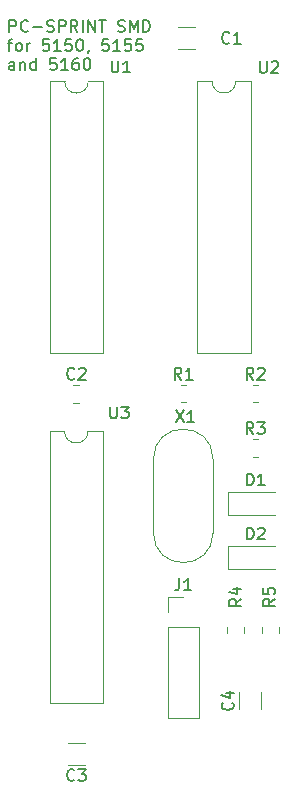
<source format=gbr>
%TF.GenerationSoftware,KiCad,Pcbnew,7.0.6-0*%
%TF.CreationDate,2023-08-27T17:26:56+10:00*%
%TF.ProjectId,PC-SPRINT_SMD,50432d53-5052-4494-9e54-5f534d442e6b,rev?*%
%TF.SameCoordinates,Original*%
%TF.FileFunction,Legend,Top*%
%TF.FilePolarity,Positive*%
%FSLAX46Y46*%
G04 Gerber Fmt 4.6, Leading zero omitted, Abs format (unit mm)*
G04 Created by KiCad (PCBNEW 7.0.6-0) date 2023-08-27 17:26:56*
%MOMM*%
%LPD*%
G01*
G04 APERTURE LIST*
%ADD10C,0.150000*%
%ADD11C,0.120000*%
G04 APERTURE END LIST*
D10*
X75706734Y-51646316D02*
X75706734Y-50646316D01*
X75706734Y-50646316D02*
X76087686Y-50646316D01*
X76087686Y-50646316D02*
X76182924Y-50693935D01*
X76182924Y-50693935D02*
X76230543Y-50741554D01*
X76230543Y-50741554D02*
X76278162Y-50836792D01*
X76278162Y-50836792D02*
X76278162Y-50979649D01*
X76278162Y-50979649D02*
X76230543Y-51074887D01*
X76230543Y-51074887D02*
X76182924Y-51122506D01*
X76182924Y-51122506D02*
X76087686Y-51170125D01*
X76087686Y-51170125D02*
X75706734Y-51170125D01*
X77278162Y-51551077D02*
X77230543Y-51598697D01*
X77230543Y-51598697D02*
X77087686Y-51646316D01*
X77087686Y-51646316D02*
X76992448Y-51646316D01*
X76992448Y-51646316D02*
X76849591Y-51598697D01*
X76849591Y-51598697D02*
X76754353Y-51503458D01*
X76754353Y-51503458D02*
X76706734Y-51408220D01*
X76706734Y-51408220D02*
X76659115Y-51217744D01*
X76659115Y-51217744D02*
X76659115Y-51074887D01*
X76659115Y-51074887D02*
X76706734Y-50884411D01*
X76706734Y-50884411D02*
X76754353Y-50789173D01*
X76754353Y-50789173D02*
X76849591Y-50693935D01*
X76849591Y-50693935D02*
X76992448Y-50646316D01*
X76992448Y-50646316D02*
X77087686Y-50646316D01*
X77087686Y-50646316D02*
X77230543Y-50693935D01*
X77230543Y-50693935D02*
X77278162Y-50741554D01*
X77706734Y-51265363D02*
X78468639Y-51265363D01*
X78897210Y-51598697D02*
X79040067Y-51646316D01*
X79040067Y-51646316D02*
X79278162Y-51646316D01*
X79278162Y-51646316D02*
X79373400Y-51598697D01*
X79373400Y-51598697D02*
X79421019Y-51551077D01*
X79421019Y-51551077D02*
X79468638Y-51455839D01*
X79468638Y-51455839D02*
X79468638Y-51360601D01*
X79468638Y-51360601D02*
X79421019Y-51265363D01*
X79421019Y-51265363D02*
X79373400Y-51217744D01*
X79373400Y-51217744D02*
X79278162Y-51170125D01*
X79278162Y-51170125D02*
X79087686Y-51122506D01*
X79087686Y-51122506D02*
X78992448Y-51074887D01*
X78992448Y-51074887D02*
X78944829Y-51027268D01*
X78944829Y-51027268D02*
X78897210Y-50932030D01*
X78897210Y-50932030D02*
X78897210Y-50836792D01*
X78897210Y-50836792D02*
X78944829Y-50741554D01*
X78944829Y-50741554D02*
X78992448Y-50693935D01*
X78992448Y-50693935D02*
X79087686Y-50646316D01*
X79087686Y-50646316D02*
X79325781Y-50646316D01*
X79325781Y-50646316D02*
X79468638Y-50693935D01*
X79897210Y-51646316D02*
X79897210Y-50646316D01*
X79897210Y-50646316D02*
X80278162Y-50646316D01*
X80278162Y-50646316D02*
X80373400Y-50693935D01*
X80373400Y-50693935D02*
X80421019Y-50741554D01*
X80421019Y-50741554D02*
X80468638Y-50836792D01*
X80468638Y-50836792D02*
X80468638Y-50979649D01*
X80468638Y-50979649D02*
X80421019Y-51074887D01*
X80421019Y-51074887D02*
X80373400Y-51122506D01*
X80373400Y-51122506D02*
X80278162Y-51170125D01*
X80278162Y-51170125D02*
X79897210Y-51170125D01*
X81468638Y-51646316D02*
X81135305Y-51170125D01*
X80897210Y-51646316D02*
X80897210Y-50646316D01*
X80897210Y-50646316D02*
X81278162Y-50646316D01*
X81278162Y-50646316D02*
X81373400Y-50693935D01*
X81373400Y-50693935D02*
X81421019Y-50741554D01*
X81421019Y-50741554D02*
X81468638Y-50836792D01*
X81468638Y-50836792D02*
X81468638Y-50979649D01*
X81468638Y-50979649D02*
X81421019Y-51074887D01*
X81421019Y-51074887D02*
X81373400Y-51122506D01*
X81373400Y-51122506D02*
X81278162Y-51170125D01*
X81278162Y-51170125D02*
X80897210Y-51170125D01*
X81897210Y-51646316D02*
X81897210Y-50646316D01*
X82373400Y-51646316D02*
X82373400Y-50646316D01*
X82373400Y-50646316D02*
X82944828Y-51646316D01*
X82944828Y-51646316D02*
X82944828Y-50646316D01*
X83278162Y-50646316D02*
X83849590Y-50646316D01*
X83563876Y-51646316D02*
X83563876Y-50646316D01*
X84897210Y-51598697D02*
X85040067Y-51646316D01*
X85040067Y-51646316D02*
X85278162Y-51646316D01*
X85278162Y-51646316D02*
X85373400Y-51598697D01*
X85373400Y-51598697D02*
X85421019Y-51551077D01*
X85421019Y-51551077D02*
X85468638Y-51455839D01*
X85468638Y-51455839D02*
X85468638Y-51360601D01*
X85468638Y-51360601D02*
X85421019Y-51265363D01*
X85421019Y-51265363D02*
X85373400Y-51217744D01*
X85373400Y-51217744D02*
X85278162Y-51170125D01*
X85278162Y-51170125D02*
X85087686Y-51122506D01*
X85087686Y-51122506D02*
X84992448Y-51074887D01*
X84992448Y-51074887D02*
X84944829Y-51027268D01*
X84944829Y-51027268D02*
X84897210Y-50932030D01*
X84897210Y-50932030D02*
X84897210Y-50836792D01*
X84897210Y-50836792D02*
X84944829Y-50741554D01*
X84944829Y-50741554D02*
X84992448Y-50693935D01*
X84992448Y-50693935D02*
X85087686Y-50646316D01*
X85087686Y-50646316D02*
X85325781Y-50646316D01*
X85325781Y-50646316D02*
X85468638Y-50693935D01*
X85897210Y-51646316D02*
X85897210Y-50646316D01*
X85897210Y-50646316D02*
X86230543Y-51360601D01*
X86230543Y-51360601D02*
X86563876Y-50646316D01*
X86563876Y-50646316D02*
X86563876Y-51646316D01*
X87040067Y-51646316D02*
X87040067Y-50646316D01*
X87040067Y-50646316D02*
X87278162Y-50646316D01*
X87278162Y-50646316D02*
X87421019Y-50693935D01*
X87421019Y-50693935D02*
X87516257Y-50789173D01*
X87516257Y-50789173D02*
X87563876Y-50884411D01*
X87563876Y-50884411D02*
X87611495Y-51074887D01*
X87611495Y-51074887D02*
X87611495Y-51217744D01*
X87611495Y-51217744D02*
X87563876Y-51408220D01*
X87563876Y-51408220D02*
X87516257Y-51503458D01*
X87516257Y-51503458D02*
X87421019Y-51598697D01*
X87421019Y-51598697D02*
X87278162Y-51646316D01*
X87278162Y-51646316D02*
X87040067Y-51646316D01*
X75563877Y-52589649D02*
X75944829Y-52589649D01*
X75706734Y-53256316D02*
X75706734Y-52399173D01*
X75706734Y-52399173D02*
X75754353Y-52303935D01*
X75754353Y-52303935D02*
X75849591Y-52256316D01*
X75849591Y-52256316D02*
X75944829Y-52256316D01*
X76421020Y-53256316D02*
X76325782Y-53208697D01*
X76325782Y-53208697D02*
X76278163Y-53161077D01*
X76278163Y-53161077D02*
X76230544Y-53065839D01*
X76230544Y-53065839D02*
X76230544Y-52780125D01*
X76230544Y-52780125D02*
X76278163Y-52684887D01*
X76278163Y-52684887D02*
X76325782Y-52637268D01*
X76325782Y-52637268D02*
X76421020Y-52589649D01*
X76421020Y-52589649D02*
X76563877Y-52589649D01*
X76563877Y-52589649D02*
X76659115Y-52637268D01*
X76659115Y-52637268D02*
X76706734Y-52684887D01*
X76706734Y-52684887D02*
X76754353Y-52780125D01*
X76754353Y-52780125D02*
X76754353Y-53065839D01*
X76754353Y-53065839D02*
X76706734Y-53161077D01*
X76706734Y-53161077D02*
X76659115Y-53208697D01*
X76659115Y-53208697D02*
X76563877Y-53256316D01*
X76563877Y-53256316D02*
X76421020Y-53256316D01*
X77182925Y-53256316D02*
X77182925Y-52589649D01*
X77182925Y-52780125D02*
X77230544Y-52684887D01*
X77230544Y-52684887D02*
X77278163Y-52637268D01*
X77278163Y-52637268D02*
X77373401Y-52589649D01*
X77373401Y-52589649D02*
X77468639Y-52589649D01*
X79040068Y-52256316D02*
X78563878Y-52256316D01*
X78563878Y-52256316D02*
X78516259Y-52732506D01*
X78516259Y-52732506D02*
X78563878Y-52684887D01*
X78563878Y-52684887D02*
X78659116Y-52637268D01*
X78659116Y-52637268D02*
X78897211Y-52637268D01*
X78897211Y-52637268D02*
X78992449Y-52684887D01*
X78992449Y-52684887D02*
X79040068Y-52732506D01*
X79040068Y-52732506D02*
X79087687Y-52827744D01*
X79087687Y-52827744D02*
X79087687Y-53065839D01*
X79087687Y-53065839D02*
X79040068Y-53161077D01*
X79040068Y-53161077D02*
X78992449Y-53208697D01*
X78992449Y-53208697D02*
X78897211Y-53256316D01*
X78897211Y-53256316D02*
X78659116Y-53256316D01*
X78659116Y-53256316D02*
X78563878Y-53208697D01*
X78563878Y-53208697D02*
X78516259Y-53161077D01*
X80040068Y-53256316D02*
X79468640Y-53256316D01*
X79754354Y-53256316D02*
X79754354Y-52256316D01*
X79754354Y-52256316D02*
X79659116Y-52399173D01*
X79659116Y-52399173D02*
X79563878Y-52494411D01*
X79563878Y-52494411D02*
X79468640Y-52542030D01*
X80944830Y-52256316D02*
X80468640Y-52256316D01*
X80468640Y-52256316D02*
X80421021Y-52732506D01*
X80421021Y-52732506D02*
X80468640Y-52684887D01*
X80468640Y-52684887D02*
X80563878Y-52637268D01*
X80563878Y-52637268D02*
X80801973Y-52637268D01*
X80801973Y-52637268D02*
X80897211Y-52684887D01*
X80897211Y-52684887D02*
X80944830Y-52732506D01*
X80944830Y-52732506D02*
X80992449Y-52827744D01*
X80992449Y-52827744D02*
X80992449Y-53065839D01*
X80992449Y-53065839D02*
X80944830Y-53161077D01*
X80944830Y-53161077D02*
X80897211Y-53208697D01*
X80897211Y-53208697D02*
X80801973Y-53256316D01*
X80801973Y-53256316D02*
X80563878Y-53256316D01*
X80563878Y-53256316D02*
X80468640Y-53208697D01*
X80468640Y-53208697D02*
X80421021Y-53161077D01*
X81611497Y-52256316D02*
X81706735Y-52256316D01*
X81706735Y-52256316D02*
X81801973Y-52303935D01*
X81801973Y-52303935D02*
X81849592Y-52351554D01*
X81849592Y-52351554D02*
X81897211Y-52446792D01*
X81897211Y-52446792D02*
X81944830Y-52637268D01*
X81944830Y-52637268D02*
X81944830Y-52875363D01*
X81944830Y-52875363D02*
X81897211Y-53065839D01*
X81897211Y-53065839D02*
X81849592Y-53161077D01*
X81849592Y-53161077D02*
X81801973Y-53208697D01*
X81801973Y-53208697D02*
X81706735Y-53256316D01*
X81706735Y-53256316D02*
X81611497Y-53256316D01*
X81611497Y-53256316D02*
X81516259Y-53208697D01*
X81516259Y-53208697D02*
X81468640Y-53161077D01*
X81468640Y-53161077D02*
X81421021Y-53065839D01*
X81421021Y-53065839D02*
X81373402Y-52875363D01*
X81373402Y-52875363D02*
X81373402Y-52637268D01*
X81373402Y-52637268D02*
X81421021Y-52446792D01*
X81421021Y-52446792D02*
X81468640Y-52351554D01*
X81468640Y-52351554D02*
X81516259Y-52303935D01*
X81516259Y-52303935D02*
X81611497Y-52256316D01*
X82421021Y-53208697D02*
X82421021Y-53256316D01*
X82421021Y-53256316D02*
X82373402Y-53351554D01*
X82373402Y-53351554D02*
X82325783Y-53399173D01*
X84087687Y-52256316D02*
X83611497Y-52256316D01*
X83611497Y-52256316D02*
X83563878Y-52732506D01*
X83563878Y-52732506D02*
X83611497Y-52684887D01*
X83611497Y-52684887D02*
X83706735Y-52637268D01*
X83706735Y-52637268D02*
X83944830Y-52637268D01*
X83944830Y-52637268D02*
X84040068Y-52684887D01*
X84040068Y-52684887D02*
X84087687Y-52732506D01*
X84087687Y-52732506D02*
X84135306Y-52827744D01*
X84135306Y-52827744D02*
X84135306Y-53065839D01*
X84135306Y-53065839D02*
X84087687Y-53161077D01*
X84087687Y-53161077D02*
X84040068Y-53208697D01*
X84040068Y-53208697D02*
X83944830Y-53256316D01*
X83944830Y-53256316D02*
X83706735Y-53256316D01*
X83706735Y-53256316D02*
X83611497Y-53208697D01*
X83611497Y-53208697D02*
X83563878Y-53161077D01*
X85087687Y-53256316D02*
X84516259Y-53256316D01*
X84801973Y-53256316D02*
X84801973Y-52256316D01*
X84801973Y-52256316D02*
X84706735Y-52399173D01*
X84706735Y-52399173D02*
X84611497Y-52494411D01*
X84611497Y-52494411D02*
X84516259Y-52542030D01*
X85992449Y-52256316D02*
X85516259Y-52256316D01*
X85516259Y-52256316D02*
X85468640Y-52732506D01*
X85468640Y-52732506D02*
X85516259Y-52684887D01*
X85516259Y-52684887D02*
X85611497Y-52637268D01*
X85611497Y-52637268D02*
X85849592Y-52637268D01*
X85849592Y-52637268D02*
X85944830Y-52684887D01*
X85944830Y-52684887D02*
X85992449Y-52732506D01*
X85992449Y-52732506D02*
X86040068Y-52827744D01*
X86040068Y-52827744D02*
X86040068Y-53065839D01*
X86040068Y-53065839D02*
X85992449Y-53161077D01*
X85992449Y-53161077D02*
X85944830Y-53208697D01*
X85944830Y-53208697D02*
X85849592Y-53256316D01*
X85849592Y-53256316D02*
X85611497Y-53256316D01*
X85611497Y-53256316D02*
X85516259Y-53208697D01*
X85516259Y-53208697D02*
X85468640Y-53161077D01*
X86944830Y-52256316D02*
X86468640Y-52256316D01*
X86468640Y-52256316D02*
X86421021Y-52732506D01*
X86421021Y-52732506D02*
X86468640Y-52684887D01*
X86468640Y-52684887D02*
X86563878Y-52637268D01*
X86563878Y-52637268D02*
X86801973Y-52637268D01*
X86801973Y-52637268D02*
X86897211Y-52684887D01*
X86897211Y-52684887D02*
X86944830Y-52732506D01*
X86944830Y-52732506D02*
X86992449Y-52827744D01*
X86992449Y-52827744D02*
X86992449Y-53065839D01*
X86992449Y-53065839D02*
X86944830Y-53161077D01*
X86944830Y-53161077D02*
X86897211Y-53208697D01*
X86897211Y-53208697D02*
X86801973Y-53256316D01*
X86801973Y-53256316D02*
X86563878Y-53256316D01*
X86563878Y-53256316D02*
X86468640Y-53208697D01*
X86468640Y-53208697D02*
X86421021Y-53161077D01*
X76135305Y-54866316D02*
X76135305Y-54342506D01*
X76135305Y-54342506D02*
X76087686Y-54247268D01*
X76087686Y-54247268D02*
X75992448Y-54199649D01*
X75992448Y-54199649D02*
X75801972Y-54199649D01*
X75801972Y-54199649D02*
X75706734Y-54247268D01*
X76135305Y-54818697D02*
X76040067Y-54866316D01*
X76040067Y-54866316D02*
X75801972Y-54866316D01*
X75801972Y-54866316D02*
X75706734Y-54818697D01*
X75706734Y-54818697D02*
X75659115Y-54723458D01*
X75659115Y-54723458D02*
X75659115Y-54628220D01*
X75659115Y-54628220D02*
X75706734Y-54532982D01*
X75706734Y-54532982D02*
X75801972Y-54485363D01*
X75801972Y-54485363D02*
X76040067Y-54485363D01*
X76040067Y-54485363D02*
X76135305Y-54437744D01*
X76611496Y-54199649D02*
X76611496Y-54866316D01*
X76611496Y-54294887D02*
X76659115Y-54247268D01*
X76659115Y-54247268D02*
X76754353Y-54199649D01*
X76754353Y-54199649D02*
X76897210Y-54199649D01*
X76897210Y-54199649D02*
X76992448Y-54247268D01*
X76992448Y-54247268D02*
X77040067Y-54342506D01*
X77040067Y-54342506D02*
X77040067Y-54866316D01*
X77944829Y-54866316D02*
X77944829Y-53866316D01*
X77944829Y-54818697D02*
X77849591Y-54866316D01*
X77849591Y-54866316D02*
X77659115Y-54866316D01*
X77659115Y-54866316D02*
X77563877Y-54818697D01*
X77563877Y-54818697D02*
X77516258Y-54771077D01*
X77516258Y-54771077D02*
X77468639Y-54675839D01*
X77468639Y-54675839D02*
X77468639Y-54390125D01*
X77468639Y-54390125D02*
X77516258Y-54294887D01*
X77516258Y-54294887D02*
X77563877Y-54247268D01*
X77563877Y-54247268D02*
X77659115Y-54199649D01*
X77659115Y-54199649D02*
X77849591Y-54199649D01*
X77849591Y-54199649D02*
X77944829Y-54247268D01*
X79659115Y-53866316D02*
X79182925Y-53866316D01*
X79182925Y-53866316D02*
X79135306Y-54342506D01*
X79135306Y-54342506D02*
X79182925Y-54294887D01*
X79182925Y-54294887D02*
X79278163Y-54247268D01*
X79278163Y-54247268D02*
X79516258Y-54247268D01*
X79516258Y-54247268D02*
X79611496Y-54294887D01*
X79611496Y-54294887D02*
X79659115Y-54342506D01*
X79659115Y-54342506D02*
X79706734Y-54437744D01*
X79706734Y-54437744D02*
X79706734Y-54675839D01*
X79706734Y-54675839D02*
X79659115Y-54771077D01*
X79659115Y-54771077D02*
X79611496Y-54818697D01*
X79611496Y-54818697D02*
X79516258Y-54866316D01*
X79516258Y-54866316D02*
X79278163Y-54866316D01*
X79278163Y-54866316D02*
X79182925Y-54818697D01*
X79182925Y-54818697D02*
X79135306Y-54771077D01*
X80659115Y-54866316D02*
X80087687Y-54866316D01*
X80373401Y-54866316D02*
X80373401Y-53866316D01*
X80373401Y-53866316D02*
X80278163Y-54009173D01*
X80278163Y-54009173D02*
X80182925Y-54104411D01*
X80182925Y-54104411D02*
X80087687Y-54152030D01*
X81516258Y-53866316D02*
X81325782Y-53866316D01*
X81325782Y-53866316D02*
X81230544Y-53913935D01*
X81230544Y-53913935D02*
X81182925Y-53961554D01*
X81182925Y-53961554D02*
X81087687Y-54104411D01*
X81087687Y-54104411D02*
X81040068Y-54294887D01*
X81040068Y-54294887D02*
X81040068Y-54675839D01*
X81040068Y-54675839D02*
X81087687Y-54771077D01*
X81087687Y-54771077D02*
X81135306Y-54818697D01*
X81135306Y-54818697D02*
X81230544Y-54866316D01*
X81230544Y-54866316D02*
X81421020Y-54866316D01*
X81421020Y-54866316D02*
X81516258Y-54818697D01*
X81516258Y-54818697D02*
X81563877Y-54771077D01*
X81563877Y-54771077D02*
X81611496Y-54675839D01*
X81611496Y-54675839D02*
X81611496Y-54437744D01*
X81611496Y-54437744D02*
X81563877Y-54342506D01*
X81563877Y-54342506D02*
X81516258Y-54294887D01*
X81516258Y-54294887D02*
X81421020Y-54247268D01*
X81421020Y-54247268D02*
X81230544Y-54247268D01*
X81230544Y-54247268D02*
X81135306Y-54294887D01*
X81135306Y-54294887D02*
X81087687Y-54342506D01*
X81087687Y-54342506D02*
X81040068Y-54437744D01*
X82230544Y-53866316D02*
X82325782Y-53866316D01*
X82325782Y-53866316D02*
X82421020Y-53913935D01*
X82421020Y-53913935D02*
X82468639Y-53961554D01*
X82468639Y-53961554D02*
X82516258Y-54056792D01*
X82516258Y-54056792D02*
X82563877Y-54247268D01*
X82563877Y-54247268D02*
X82563877Y-54485363D01*
X82563877Y-54485363D02*
X82516258Y-54675839D01*
X82516258Y-54675839D02*
X82468639Y-54771077D01*
X82468639Y-54771077D02*
X82421020Y-54818697D01*
X82421020Y-54818697D02*
X82325782Y-54866316D01*
X82325782Y-54866316D02*
X82230544Y-54866316D01*
X82230544Y-54866316D02*
X82135306Y-54818697D01*
X82135306Y-54818697D02*
X82087687Y-54771077D01*
X82087687Y-54771077D02*
X82040068Y-54675839D01*
X82040068Y-54675839D02*
X81992449Y-54485363D01*
X81992449Y-54485363D02*
X81992449Y-54247268D01*
X81992449Y-54247268D02*
X82040068Y-54056792D01*
X82040068Y-54056792D02*
X82087687Y-53961554D01*
X82087687Y-53961554D02*
X82135306Y-53913935D01*
X82135306Y-53913935D02*
X82230544Y-53866316D01*
X95334881Y-99643366D02*
X94858690Y-99976699D01*
X95334881Y-100214794D02*
X94334881Y-100214794D01*
X94334881Y-100214794D02*
X94334881Y-99833842D01*
X94334881Y-99833842D02*
X94382500Y-99738604D01*
X94382500Y-99738604D02*
X94430119Y-99690985D01*
X94430119Y-99690985D02*
X94525357Y-99643366D01*
X94525357Y-99643366D02*
X94668214Y-99643366D01*
X94668214Y-99643366D02*
X94763452Y-99690985D01*
X94763452Y-99690985D02*
X94811071Y-99738604D01*
X94811071Y-99738604D02*
X94858690Y-99833842D01*
X94858690Y-99833842D02*
X94858690Y-100214794D01*
X94668214Y-98786223D02*
X95334881Y-98786223D01*
X94287262Y-99024318D02*
X95001547Y-99262413D01*
X95001547Y-99262413D02*
X95001547Y-98643366D01*
X84221738Y-83357108D02*
X84221738Y-84166631D01*
X84221738Y-84166631D02*
X84269357Y-84261869D01*
X84269357Y-84261869D02*
X84316976Y-84309489D01*
X84316976Y-84309489D02*
X84412214Y-84357108D01*
X84412214Y-84357108D02*
X84602690Y-84357108D01*
X84602690Y-84357108D02*
X84697928Y-84309489D01*
X84697928Y-84309489D02*
X84745547Y-84261869D01*
X84745547Y-84261869D02*
X84793166Y-84166631D01*
X84793166Y-84166631D02*
X84793166Y-83357108D01*
X85174119Y-83357108D02*
X85793166Y-83357108D01*
X85793166Y-83357108D02*
X85459833Y-83738060D01*
X85459833Y-83738060D02*
X85602690Y-83738060D01*
X85602690Y-83738060D02*
X85697928Y-83785679D01*
X85697928Y-83785679D02*
X85745547Y-83833298D01*
X85745547Y-83833298D02*
X85793166Y-83928536D01*
X85793166Y-83928536D02*
X85793166Y-84166631D01*
X85793166Y-84166631D02*
X85745547Y-84261869D01*
X85745547Y-84261869D02*
X85697928Y-84309489D01*
X85697928Y-84309489D02*
X85602690Y-84357108D01*
X85602690Y-84357108D02*
X85316976Y-84357108D01*
X85316976Y-84357108D02*
X85221738Y-84309489D01*
X85221738Y-84309489D02*
X85174119Y-84261869D01*
X81212633Y-114970380D02*
X81165014Y-115018000D01*
X81165014Y-115018000D02*
X81022157Y-115065619D01*
X81022157Y-115065619D02*
X80926919Y-115065619D01*
X80926919Y-115065619D02*
X80784062Y-115018000D01*
X80784062Y-115018000D02*
X80688824Y-114922761D01*
X80688824Y-114922761D02*
X80641205Y-114827523D01*
X80641205Y-114827523D02*
X80593586Y-114637047D01*
X80593586Y-114637047D02*
X80593586Y-114494190D01*
X80593586Y-114494190D02*
X80641205Y-114303714D01*
X80641205Y-114303714D02*
X80688824Y-114208476D01*
X80688824Y-114208476D02*
X80784062Y-114113238D01*
X80784062Y-114113238D02*
X80926919Y-114065619D01*
X80926919Y-114065619D02*
X81022157Y-114065619D01*
X81022157Y-114065619D02*
X81165014Y-114113238D01*
X81165014Y-114113238D02*
X81212633Y-114160857D01*
X81545967Y-114065619D02*
X82165014Y-114065619D01*
X82165014Y-114065619D02*
X81831681Y-114446571D01*
X81831681Y-114446571D02*
X81974538Y-114446571D01*
X81974538Y-114446571D02*
X82069776Y-114494190D01*
X82069776Y-114494190D02*
X82117395Y-114541809D01*
X82117395Y-114541809D02*
X82165014Y-114637047D01*
X82165014Y-114637047D02*
X82165014Y-114875142D01*
X82165014Y-114875142D02*
X82117395Y-114970380D01*
X82117395Y-114970380D02*
X82069776Y-115018000D01*
X82069776Y-115018000D02*
X81974538Y-115065619D01*
X81974538Y-115065619D02*
X81688824Y-115065619D01*
X81688824Y-115065619D02*
X81593586Y-115018000D01*
X81593586Y-115018000D02*
X81545967Y-114970380D01*
X90256233Y-81068619D02*
X89922900Y-80592428D01*
X89684805Y-81068619D02*
X89684805Y-80068619D01*
X89684805Y-80068619D02*
X90065757Y-80068619D01*
X90065757Y-80068619D02*
X90160995Y-80116238D01*
X90160995Y-80116238D02*
X90208614Y-80163857D01*
X90208614Y-80163857D02*
X90256233Y-80259095D01*
X90256233Y-80259095D02*
X90256233Y-80401952D01*
X90256233Y-80401952D02*
X90208614Y-80497190D01*
X90208614Y-80497190D02*
X90160995Y-80544809D01*
X90160995Y-80544809D02*
X90065757Y-80592428D01*
X90065757Y-80592428D02*
X89684805Y-80592428D01*
X91208614Y-81068619D02*
X90637186Y-81068619D01*
X90922900Y-81068619D02*
X90922900Y-80068619D01*
X90922900Y-80068619D02*
X90827662Y-80211476D01*
X90827662Y-80211476D02*
X90732424Y-80306714D01*
X90732424Y-80306714D02*
X90637186Y-80354333D01*
X96353333Y-81068619D02*
X96020000Y-80592428D01*
X95781905Y-81068619D02*
X95781905Y-80068619D01*
X95781905Y-80068619D02*
X96162857Y-80068619D01*
X96162857Y-80068619D02*
X96258095Y-80116238D01*
X96258095Y-80116238D02*
X96305714Y-80163857D01*
X96305714Y-80163857D02*
X96353333Y-80259095D01*
X96353333Y-80259095D02*
X96353333Y-80401952D01*
X96353333Y-80401952D02*
X96305714Y-80497190D01*
X96305714Y-80497190D02*
X96258095Y-80544809D01*
X96258095Y-80544809D02*
X96162857Y-80592428D01*
X96162857Y-80592428D02*
X95781905Y-80592428D01*
X96734286Y-80163857D02*
X96781905Y-80116238D01*
X96781905Y-80116238D02*
X96877143Y-80068619D01*
X96877143Y-80068619D02*
X97115238Y-80068619D01*
X97115238Y-80068619D02*
X97210476Y-80116238D01*
X97210476Y-80116238D02*
X97258095Y-80163857D01*
X97258095Y-80163857D02*
X97305714Y-80259095D01*
X97305714Y-80259095D02*
X97305714Y-80354333D01*
X97305714Y-80354333D02*
X97258095Y-80497190D01*
X97258095Y-80497190D02*
X96686667Y-81068619D01*
X96686667Y-81068619D02*
X97305714Y-81068619D01*
X95804405Y-94606919D02*
X95804405Y-93606919D01*
X95804405Y-93606919D02*
X96042500Y-93606919D01*
X96042500Y-93606919D02*
X96185357Y-93654538D01*
X96185357Y-93654538D02*
X96280595Y-93749776D01*
X96280595Y-93749776D02*
X96328214Y-93845014D01*
X96328214Y-93845014D02*
X96375833Y-94035490D01*
X96375833Y-94035490D02*
X96375833Y-94178347D01*
X96375833Y-94178347D02*
X96328214Y-94368823D01*
X96328214Y-94368823D02*
X96280595Y-94464061D01*
X96280595Y-94464061D02*
X96185357Y-94559300D01*
X96185357Y-94559300D02*
X96042500Y-94606919D01*
X96042500Y-94606919D02*
X95804405Y-94606919D01*
X96756786Y-93702157D02*
X96804405Y-93654538D01*
X96804405Y-93654538D02*
X96899643Y-93606919D01*
X96899643Y-93606919D02*
X97137738Y-93606919D01*
X97137738Y-93606919D02*
X97232976Y-93654538D01*
X97232976Y-93654538D02*
X97280595Y-93702157D01*
X97280595Y-93702157D02*
X97328214Y-93797395D01*
X97328214Y-93797395D02*
X97328214Y-93892633D01*
X97328214Y-93892633D02*
X97280595Y-94035490D01*
X97280595Y-94035490D02*
X96709167Y-94606919D01*
X96709167Y-94606919D02*
X97328214Y-94606919D01*
X95804405Y-90037919D02*
X95804405Y-89037919D01*
X95804405Y-89037919D02*
X96042500Y-89037919D01*
X96042500Y-89037919D02*
X96185357Y-89085538D01*
X96185357Y-89085538D02*
X96280595Y-89180776D01*
X96280595Y-89180776D02*
X96328214Y-89276014D01*
X96328214Y-89276014D02*
X96375833Y-89466490D01*
X96375833Y-89466490D02*
X96375833Y-89609347D01*
X96375833Y-89609347D02*
X96328214Y-89799823D01*
X96328214Y-89799823D02*
X96280595Y-89895061D01*
X96280595Y-89895061D02*
X96185357Y-89990300D01*
X96185357Y-89990300D02*
X96042500Y-90037919D01*
X96042500Y-90037919D02*
X95804405Y-90037919D01*
X97328214Y-90037919D02*
X96756786Y-90037919D01*
X97042500Y-90037919D02*
X97042500Y-89037919D01*
X97042500Y-89037919D02*
X96947262Y-89180776D01*
X96947262Y-89180776D02*
X96852024Y-89276014D01*
X96852024Y-89276014D02*
X96756786Y-89323633D01*
X84352959Y-54075345D02*
X84352959Y-54884868D01*
X84352959Y-54884868D02*
X84400578Y-54980106D01*
X84400578Y-54980106D02*
X84448197Y-55027726D01*
X84448197Y-55027726D02*
X84543435Y-55075345D01*
X84543435Y-55075345D02*
X84733911Y-55075345D01*
X84733911Y-55075345D02*
X84829149Y-55027726D01*
X84829149Y-55027726D02*
X84876768Y-54980106D01*
X84876768Y-54980106D02*
X84924387Y-54884868D01*
X84924387Y-54884868D02*
X84924387Y-54075345D01*
X85924387Y-55075345D02*
X85352959Y-55075345D01*
X85638673Y-55075345D02*
X85638673Y-54075345D01*
X85638673Y-54075345D02*
X85543435Y-54218202D01*
X85543435Y-54218202D02*
X85448197Y-54313440D01*
X85448197Y-54313440D02*
X85352959Y-54361059D01*
X89782691Y-83672987D02*
X90449357Y-84672987D01*
X90449357Y-83672987D02*
X89782691Y-84672987D01*
X91354119Y-84672987D02*
X90782691Y-84672987D01*
X91068405Y-84672987D02*
X91068405Y-83672987D01*
X91068405Y-83672987D02*
X90973167Y-83815844D01*
X90973167Y-83815844D02*
X90877929Y-83911082D01*
X90877929Y-83911082D02*
X90782691Y-83958701D01*
X96909171Y-54109808D02*
X96909171Y-54919331D01*
X96909171Y-54919331D02*
X96956790Y-55014569D01*
X96956790Y-55014569D02*
X97004409Y-55062189D01*
X97004409Y-55062189D02*
X97099647Y-55109808D01*
X97099647Y-55109808D02*
X97290123Y-55109808D01*
X97290123Y-55109808D02*
X97385361Y-55062189D01*
X97385361Y-55062189D02*
X97432980Y-55014569D01*
X97432980Y-55014569D02*
X97480599Y-54919331D01*
X97480599Y-54919331D02*
X97480599Y-54109808D01*
X97909171Y-54205046D02*
X97956790Y-54157427D01*
X97956790Y-54157427D02*
X98052028Y-54109808D01*
X98052028Y-54109808D02*
X98290123Y-54109808D01*
X98290123Y-54109808D02*
X98385361Y-54157427D01*
X98385361Y-54157427D02*
X98432980Y-54205046D01*
X98432980Y-54205046D02*
X98480599Y-54300284D01*
X98480599Y-54300284D02*
X98480599Y-54395522D01*
X98480599Y-54395522D02*
X98432980Y-54538379D01*
X98432980Y-54538379D02*
X97861552Y-55109808D01*
X97861552Y-55109808D02*
X98480599Y-55109808D01*
X98191095Y-99643366D02*
X97714904Y-99976699D01*
X98191095Y-100214794D02*
X97191095Y-100214794D01*
X97191095Y-100214794D02*
X97191095Y-99833842D01*
X97191095Y-99833842D02*
X97238714Y-99738604D01*
X97238714Y-99738604D02*
X97286333Y-99690985D01*
X97286333Y-99690985D02*
X97381571Y-99643366D01*
X97381571Y-99643366D02*
X97524428Y-99643366D01*
X97524428Y-99643366D02*
X97619666Y-99690985D01*
X97619666Y-99690985D02*
X97667285Y-99738604D01*
X97667285Y-99738604D02*
X97714904Y-99833842D01*
X97714904Y-99833842D02*
X97714904Y-100214794D01*
X97191095Y-98738604D02*
X97191095Y-99214794D01*
X97191095Y-99214794D02*
X97667285Y-99262413D01*
X97667285Y-99262413D02*
X97619666Y-99214794D01*
X97619666Y-99214794D02*
X97572047Y-99119556D01*
X97572047Y-99119556D02*
X97572047Y-98881461D01*
X97572047Y-98881461D02*
X97619666Y-98786223D01*
X97619666Y-98786223D02*
X97667285Y-98738604D01*
X97667285Y-98738604D02*
X97762523Y-98690985D01*
X97762523Y-98690985D02*
X98000618Y-98690985D01*
X98000618Y-98690985D02*
X98095856Y-98738604D01*
X98095856Y-98738604D02*
X98143476Y-98786223D01*
X98143476Y-98786223D02*
X98191095Y-98881461D01*
X98191095Y-98881461D02*
X98191095Y-99119556D01*
X98191095Y-99119556D02*
X98143476Y-99214794D01*
X98143476Y-99214794D02*
X98095856Y-99262413D01*
X94585080Y-108427366D02*
X94632700Y-108474985D01*
X94632700Y-108474985D02*
X94680319Y-108617842D01*
X94680319Y-108617842D02*
X94680319Y-108713080D01*
X94680319Y-108713080D02*
X94632700Y-108855937D01*
X94632700Y-108855937D02*
X94537461Y-108951175D01*
X94537461Y-108951175D02*
X94442223Y-108998794D01*
X94442223Y-108998794D02*
X94251747Y-109046413D01*
X94251747Y-109046413D02*
X94108890Y-109046413D01*
X94108890Y-109046413D02*
X93918414Y-108998794D01*
X93918414Y-108998794D02*
X93823176Y-108951175D01*
X93823176Y-108951175D02*
X93727938Y-108855937D01*
X93727938Y-108855937D02*
X93680319Y-108713080D01*
X93680319Y-108713080D02*
X93680319Y-108617842D01*
X93680319Y-108617842D02*
X93727938Y-108474985D01*
X93727938Y-108474985D02*
X93775557Y-108427366D01*
X94013652Y-107570223D02*
X94680319Y-107570223D01*
X93632700Y-107808318D02*
X94346985Y-108046413D01*
X94346985Y-108046413D02*
X94346985Y-107427366D01*
X90089566Y-97902919D02*
X90089566Y-98617204D01*
X90089566Y-98617204D02*
X90041947Y-98760061D01*
X90041947Y-98760061D02*
X89946709Y-98855300D01*
X89946709Y-98855300D02*
X89803852Y-98902919D01*
X89803852Y-98902919D02*
X89708614Y-98902919D01*
X91089566Y-98902919D02*
X90518138Y-98902919D01*
X90803852Y-98902919D02*
X90803852Y-97902919D01*
X90803852Y-97902919D02*
X90708614Y-98045776D01*
X90708614Y-98045776D02*
X90613376Y-98141014D01*
X90613376Y-98141014D02*
X90518138Y-98188633D01*
X96353333Y-85681519D02*
X96020000Y-85205328D01*
X95781905Y-85681519D02*
X95781905Y-84681519D01*
X95781905Y-84681519D02*
X96162857Y-84681519D01*
X96162857Y-84681519D02*
X96258095Y-84729138D01*
X96258095Y-84729138D02*
X96305714Y-84776757D01*
X96305714Y-84776757D02*
X96353333Y-84871995D01*
X96353333Y-84871995D02*
X96353333Y-85014852D01*
X96353333Y-85014852D02*
X96305714Y-85110090D01*
X96305714Y-85110090D02*
X96258095Y-85157709D01*
X96258095Y-85157709D02*
X96162857Y-85205328D01*
X96162857Y-85205328D02*
X95781905Y-85205328D01*
X96686667Y-84681519D02*
X97305714Y-84681519D01*
X97305714Y-84681519D02*
X96972381Y-85062471D01*
X96972381Y-85062471D02*
X97115238Y-85062471D01*
X97115238Y-85062471D02*
X97210476Y-85110090D01*
X97210476Y-85110090D02*
X97258095Y-85157709D01*
X97258095Y-85157709D02*
X97305714Y-85252947D01*
X97305714Y-85252947D02*
X97305714Y-85491042D01*
X97305714Y-85491042D02*
X97258095Y-85586280D01*
X97258095Y-85586280D02*
X97210476Y-85633900D01*
X97210476Y-85633900D02*
X97115238Y-85681519D01*
X97115238Y-85681519D02*
X96829524Y-85681519D01*
X96829524Y-85681519D02*
X96734286Y-85633900D01*
X96734286Y-85633900D02*
X96686667Y-85586280D01*
X94326340Y-52543230D02*
X94278721Y-52590850D01*
X94278721Y-52590850D02*
X94135864Y-52638469D01*
X94135864Y-52638469D02*
X94040626Y-52638469D01*
X94040626Y-52638469D02*
X93897769Y-52590850D01*
X93897769Y-52590850D02*
X93802531Y-52495611D01*
X93802531Y-52495611D02*
X93754912Y-52400373D01*
X93754912Y-52400373D02*
X93707293Y-52209897D01*
X93707293Y-52209897D02*
X93707293Y-52067040D01*
X93707293Y-52067040D02*
X93754912Y-51876564D01*
X93754912Y-51876564D02*
X93802531Y-51781326D01*
X93802531Y-51781326D02*
X93897769Y-51686088D01*
X93897769Y-51686088D02*
X94040626Y-51638469D01*
X94040626Y-51638469D02*
X94135864Y-51638469D01*
X94135864Y-51638469D02*
X94278721Y-51686088D01*
X94278721Y-51686088D02*
X94326340Y-51733707D01*
X95278721Y-52638469D02*
X94707293Y-52638469D01*
X94993007Y-52638469D02*
X94993007Y-51638469D01*
X94993007Y-51638469D02*
X94897769Y-51781326D01*
X94897769Y-51781326D02*
X94802531Y-51876564D01*
X94802531Y-51876564D02*
X94707293Y-51924183D01*
X81212633Y-80973380D02*
X81165014Y-81021000D01*
X81165014Y-81021000D02*
X81022157Y-81068619D01*
X81022157Y-81068619D02*
X80926919Y-81068619D01*
X80926919Y-81068619D02*
X80784062Y-81021000D01*
X80784062Y-81021000D02*
X80688824Y-80925761D01*
X80688824Y-80925761D02*
X80641205Y-80830523D01*
X80641205Y-80830523D02*
X80593586Y-80640047D01*
X80593586Y-80640047D02*
X80593586Y-80497190D01*
X80593586Y-80497190D02*
X80641205Y-80306714D01*
X80641205Y-80306714D02*
X80688824Y-80211476D01*
X80688824Y-80211476D02*
X80784062Y-80116238D01*
X80784062Y-80116238D02*
X80926919Y-80068619D01*
X80926919Y-80068619D02*
X81022157Y-80068619D01*
X81022157Y-80068619D02*
X81165014Y-80116238D01*
X81165014Y-80116238D02*
X81212633Y-80163857D01*
X81593586Y-80163857D02*
X81641205Y-80116238D01*
X81641205Y-80116238D02*
X81736443Y-80068619D01*
X81736443Y-80068619D02*
X81974538Y-80068619D01*
X81974538Y-80068619D02*
X82069776Y-80116238D01*
X82069776Y-80116238D02*
X82117395Y-80163857D01*
X82117395Y-80163857D02*
X82165014Y-80259095D01*
X82165014Y-80259095D02*
X82165014Y-80354333D01*
X82165014Y-80354333D02*
X82117395Y-80497190D01*
X82117395Y-80497190D02*
X81545967Y-81068619D01*
X81545967Y-81068619D02*
X82165014Y-81068619D01*
D11*
%TO.C,R4*%
X94102300Y-102509564D02*
X94102300Y-102055436D01*
X95572300Y-102509564D02*
X95572300Y-102055436D01*
%TO.C,U3*%
X79114300Y-85437900D02*
X79114300Y-108417900D01*
X79114300Y-108417900D02*
X83614300Y-108417900D01*
X80364300Y-85437900D02*
X79114300Y-85437900D01*
X83614300Y-85437900D02*
X82364300Y-85437900D01*
X83614300Y-108417900D02*
X83614300Y-85437900D01*
X80364300Y-85437900D02*
G75*
G03*
X82364300Y-85437900I1000000J0D01*
G01*
%TO.C,C3*%
X82090552Y-113670800D02*
X80668048Y-113670800D01*
X82090552Y-111850800D02*
X80668048Y-111850800D01*
%TO.C,R1*%
X90195836Y-81528800D02*
X90649964Y-81528800D01*
X90195836Y-82998800D02*
X90649964Y-82998800D01*
%TO.C,R2*%
X96292936Y-81528800D02*
X96747064Y-81528800D01*
X96292936Y-82998800D02*
X96747064Y-82998800D01*
%TO.C,D2*%
X94182500Y-95152100D02*
X94182500Y-97152100D01*
X94182500Y-95152100D02*
X98192500Y-95152100D01*
X94182500Y-97152100D02*
X98192500Y-97152100D01*
%TO.C,D1*%
X94182500Y-90583100D02*
X94182500Y-92583100D01*
X94182500Y-90583100D02*
X98192500Y-90583100D01*
X94182500Y-92583100D02*
X98192500Y-92583100D01*
%TO.C,U1*%
X79131900Y-55815600D02*
X79131900Y-78795600D01*
X79131900Y-78795600D02*
X83631900Y-78795600D01*
X80381900Y-55815600D02*
X79131900Y-55815600D01*
X83631900Y-55815600D02*
X82381900Y-55815600D01*
X83631900Y-78795600D02*
X83631900Y-55815600D01*
X80381900Y-55815600D02*
G75*
G03*
X82381900Y-55815600I1000000J0D01*
G01*
%TO.C,X1*%
X87897900Y-94045300D02*
X87897900Y-87795300D01*
X92947900Y-94045300D02*
X92947900Y-87795300D01*
X87897900Y-94045300D02*
G75*
G03*
X92947900Y-94045300I2525000J0D01*
G01*
X92947900Y-87795300D02*
G75*
G03*
X87897900Y-87795300I-2525000J0D01*
G01*
%TO.C,U2*%
X91620400Y-55815600D02*
X91620400Y-78795600D01*
X91620400Y-78795600D02*
X96120400Y-78795600D01*
X92870400Y-55815600D02*
X91620400Y-55815600D01*
X96120400Y-55815600D02*
X94870400Y-55815600D01*
X96120400Y-78795600D02*
X96120400Y-55815600D01*
X92870400Y-55815600D02*
G75*
G03*
X94870400Y-55815600I1000000J0D01*
G01*
%TO.C,R5*%
X97086800Y-102509564D02*
X97086800Y-102055436D01*
X98556800Y-102509564D02*
X98556800Y-102055436D01*
%TO.C,C4*%
X95165500Y-108971952D02*
X95165500Y-107549448D01*
X96985500Y-108971952D02*
X96985500Y-107549448D01*
%TO.C,J1*%
X89092900Y-99448100D02*
X90422900Y-99448100D01*
X89092900Y-100778100D02*
X89092900Y-99448100D01*
X89092900Y-102048100D02*
X89092900Y-109728100D01*
X89092900Y-102048100D02*
X91752900Y-102048100D01*
X89092900Y-109728100D02*
X91752900Y-109728100D01*
X91752900Y-102048100D02*
X91752900Y-109728100D01*
%TO.C,R3*%
X96292936Y-86141700D02*
X96747064Y-86141700D01*
X96292936Y-87611700D02*
X96747064Y-87611700D01*
%TO.C,C1*%
X90000848Y-51250800D02*
X91423352Y-51250800D01*
X90000848Y-53070800D02*
X91423352Y-53070800D01*
%TO.C,C2*%
X81118048Y-81558800D02*
X81640552Y-81558800D01*
X81118048Y-83028800D02*
X81640552Y-83028800D01*
%TD*%
M02*

</source>
